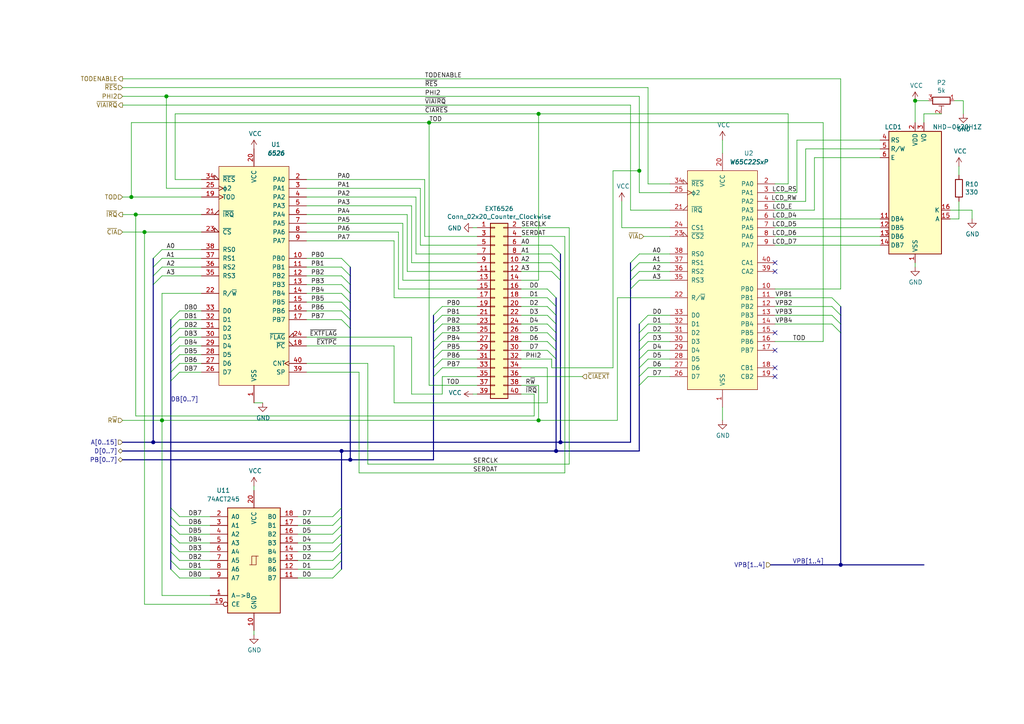
<source format=kicad_sch>
(kicad_sch (version 20201015) (generator eeschema)
  (paper "A4")
  (title_block (title "SBC6526 - Peripherals") (date "2021-10-01") (rev "2.0") (company "Daniel Molina García"))
  (lib_symbols
    (symbol "65xx:6526" (pin_names (offset 1.016))
      (property "Reference" "U" (at -10.16 33.02 0))
      (property "Value" "6526" (at 0 0 90))
      (symbol "6526_0_1"
        (rectangle (start -10.16 31.75) (end 10.16 -31.75) (fill (type background)))
      )
      (symbol "6526_1_1"
        (pin power_in line (at 0 -36.83 90) (length 5.08) (name "VSS") (number "1"))
        (pin bidirectional line (at 15.24 5.08 180) (length 5.08) (name "PB0") (number "10"))
        (pin bidirectional line (at 15.24 2.54 180) (length 5.08) (name "PB1") (number "11"))
        (pin bidirectional line (at 15.24 0 180) (length 5.08) (name "PB2") (number "12"))
        (pin bidirectional line (at 15.24 -2.54 180) (length 5.08) (name "PB3") (number "13"))
        (pin bidirectional line (at 15.24 -5.08 180) (length 5.08) (name "PB4") (number "14"))
        (pin bidirectional line (at 15.24 -7.62 180) (length 5.08) (name "PB5") (number "15"))
        (pin bidirectional line (at 15.24 -10.16 180) (length 5.08) (name "PB6") (number "16"))
        (pin bidirectional line (at 15.24 -12.7 180) (length 5.08) (name "PB7") (number "17"))
        (pin output output_low (at 15.24 -20.32 180) (length 5.08) (name "~PC") (number "18"))
        (pin input clock (at -15.24 22.86 0) (length 5.08) (name "TOD") (number "19"))
        (pin bidirectional line (at 15.24 27.94 180) (length 5.08) (name "PA0") (number "2"))
        (pin power_in line (at 0 36.83 270) (length 5.08) (name "VCC") (number "20"))
        (pin open_collector output_low (at -15.24 17.78 0) (length 5.08) (name "~IRQ") (number "21"))
        (pin input line (at -15.24 -5.08 0) (length 5.08) (name "R/~W") (number "22"))
        (pin input input_low (at -15.24 12.7 0) (length 5.08) (name "~CS") (number "23"))
        (pin input input_low (at 15.24 -17.78 180) (length 5.08) (name "~FLAG") (number "24"))
        (pin input clock (at -15.24 25.4 0) (length 5.08) (name "ϕ2") (number "25"))
        (pin bidirectional line (at -15.24 -27.94 0) (length 5.08) (name "D7") (number "26"))
        (pin bidirectional line (at -15.24 -25.4 0) (length 5.08) (name "D6") (number "27"))
        (pin bidirectional line (at -15.24 -22.86 0) (length 5.08) (name "D5") (number "28"))
        (pin bidirectional line (at -15.24 -20.32 0) (length 5.08) (name "D4") (number "29"))
        (pin bidirectional line (at 15.24 25.4 180) (length 5.08) (name "PA1") (number "3"))
        (pin bidirectional line (at -15.24 -17.78 0) (length 5.08) (name "D3") (number "30"))
        (pin bidirectional line (at -15.24 -15.24 0) (length 5.08) (name "D2") (number "31"))
        (pin bidirectional line (at -15.24 -12.7 0) (length 5.08) (name "D1") (number "32"))
        (pin bidirectional line (at -15.24 -10.16 0) (length 5.08) (name "D0") (number "33"))
        (pin input input_low (at -15.24 27.94 0) (length 5.08) (name "~RES") (number "34"))
        (pin input line (at -15.24 0 0) (length 5.08) (name "RS3") (number "35"))
        (pin input line (at -15.24 2.54 0) (length 5.08) (name "RS2") (number "36"))
        (pin input line (at -15.24 5.08 0) (length 5.08) (name "RS1") (number "37"))
        (pin input line (at -15.24 7.62 0) (length 5.08) (name "RS0") (number "38"))
        (pin bidirectional line (at 15.24 -27.94 180) (length 5.08) (name "SP") (number "39"))
        (pin bidirectional line (at 15.24 22.86 180) (length 5.08) (name "PA2") (number "4"))
        (pin bidirectional clock (at 15.24 -25.4 180) (length 5.08) (name "CNT") (number "40"))
        (pin bidirectional line (at 15.24 20.32 180) (length 5.08) (name "PA3") (number "5"))
        (pin bidirectional line (at 15.24 17.78 180) (length 5.08) (name "PA4") (number "6"))
        (pin bidirectional line (at 15.24 15.24 180) (length 5.08) (name "PA5") (number "7"))
        (pin bidirectional line (at 15.24 12.7 180) (length 5.08) (name "PA6") (number "8"))
        (pin bidirectional line (at 15.24 10.16 180) (length 5.08) (name "PA7") (number "9"))
      )
    )
    (symbol "65xx:W65C22SxP" (pin_names (offset 1.016))
      (property "Reference" "U" (at -10.16 33.02 0))
      (property "Value" "W65C22SxP" (at 0 0 90))
      (symbol "W65C22SxP_0_1"
        (rectangle (start -10.16 31.75) (end 10.16 -31.75) (fill (type background)))
      )
      (symbol "W65C22SxP_1_1"
        (pin power_in line (at 0 -36.83 90) (length 5.08) (name "VSS") (number "1"))
        (pin bidirectional line (at 15.24 -2.54 180) (length 5.08) (name "PB0") (number "10"))
        (pin bidirectional line (at 15.24 -5.08 180) (length 5.08) (name "PB1") (number "11"))
        (pin bidirectional line (at 15.24 -7.62 180) (length 5.08) (name "PB2") (number "12"))
        (pin bidirectional line (at 15.24 -10.16 180) (length 5.08) (name "PB3") (number "13"))
        (pin bidirectional line (at 15.24 -12.7 180) (length 5.08) (name "PB4") (number "14"))
        (pin bidirectional line (at 15.24 -15.24 180) (length 5.08) (name "PB5") (number "15"))
        (pin bidirectional line (at 15.24 -17.78 180) (length 5.08) (name "PB6") (number "16"))
        (pin bidirectional line (at 15.24 -20.32 180) (length 5.08) (name "PB7") (number "17"))
        (pin input line (at 15.24 -25.4 180) (length 5.08) (name "CB1") (number "18"))
        (pin bidirectional line (at 15.24 -27.94 180) (length 5.08) (name "CB2") (number "19"))
        (pin bidirectional line (at 15.24 27.94 180) (length 5.08) (name "PA0") (number "2"))
        (pin power_in line (at 0 36.83 270) (length 5.08) (name "VCC") (number "20"))
        (pin output output_low (at -15.24 20.32 0) (length 5.08) (name "~IRQ") (number "21"))
        (pin input line (at -15.24 -5.08 0) (length 5.08) (name "R/~W") (number "22"))
        (pin input input_low (at -15.24 12.7 0) (length 5.08) (name "~CS2") (number "23"))
        (pin input line (at -15.24 15.24 0) (length 5.08) (name "CS1") (number "24"))
        (pin input clock (at -15.24 25.4 0) (length 5.08) (name "ϕ2") (number "25"))
        (pin bidirectional line (at -15.24 -27.94 0) (length 5.08) (name "D7") (number "26"))
        (pin bidirectional line (at -15.24 -25.4 0) (length 5.08) (name "D6") (number "27"))
        (pin bidirectional line (at -15.24 -22.86 0) (length 5.08) (name "D5") (number "28"))
        (pin bidirectional line (at -15.24 -20.32 0) (length 5.08) (name "D4") (number "29"))
        (pin bidirectional line (at 15.24 25.4 180) (length 5.08) (name "PA1") (number "3"))
        (pin bidirectional line (at -15.24 -17.78 0) (length 5.08) (name "D3") (number "30"))
        (pin bidirectional line (at -15.24 -15.24 0) (length 5.08) (name "D2") (number "31"))
        (pin bidirectional line (at -15.24 -12.7 0) (length 5.08) (name "D1") (number "32"))
        (pin bidirectional line (at -15.24 -10.16 0) (length 5.08) (name "D0") (number "33"))
        (pin input input_low (at -15.24 27.94 0) (length 5.08) (name "~RES") (number "34"))
        (pin input line (at -15.24 0 0) (length 5.08) (name "RS3") (number "35"))
        (pin input line (at -15.24 2.54 0) (length 5.08) (name "RS2") (number "36"))
        (pin input line (at -15.24 5.08 0) (length 5.08) (name "RS1") (number "37"))
        (pin input line (at -15.24 7.62 0) (length 5.08) (name "RS0") (number "38"))
        (pin bidirectional line (at 15.24 2.54 180) (length 5.08) (name "CA2") (number "39"))
        (pin bidirectional line (at 15.24 22.86 180) (length 5.08) (name "PA2") (number "4"))
        (pin input line (at 15.24 5.08 180) (length 5.08) (name "CA1") (number "40"))
        (pin bidirectional line (at 15.24 20.32 180) (length 5.08) (name "PA3") (number "5"))
        (pin bidirectional line (at 15.24 17.78 180) (length 5.08) (name "PA4") (number "6"))
        (pin bidirectional line (at 15.24 15.24 180) (length 5.08) (name "PA5") (number "7"))
        (pin bidirectional line (at 15.24 12.7 180) (length 5.08) (name "PA6") (number "8"))
        (pin bidirectional line (at 15.24 10.16 180) (length 5.08) (name "PA7") (number "9"))
      )
    )
    (symbol "74xx:74LS245" (pin_names (offset 1.016))
      (property "Reference" "U" (at -7.62 16.51 0))
      (property "Value" "74LS245" (at -7.62 -16.51 0))
      (symbol "74LS245_1_0"
        (polyline (pts (xy -0.635 -1.27) (xy -0.635 1.27) (xy 0.635 1.27)))
        (polyline (pts (xy -1.27 -1.27) (xy 0.635 -1.27) (xy 0.635 1.27) (xy 1.27 1.27)))
        (pin input line (at -12.7 -10.16 0) (length 5.08) (name "A->B") (number "1"))
        (pin power_in line (at 0 -20.32 90) (length 5.08) (name "GND") (number "10"))
        (pin tri_state line (at 12.7 -5.08 180) (length 5.08) (name "B7") (number "11"))
        (pin tri_state line (at 12.7 -2.54 180) (length 5.08) (name "B6") (number "12"))
        (pin tri_state line (at 12.7 0 180) (length 5.08) (name "B5") (number "13"))
        (pin tri_state line (at 12.7 2.54 180) (length 5.08) (name "B4") (number "14"))
        (pin tri_state line (at 12.7 5.08 180) (length 5.08) (name "B3") (number "15"))
        (pin tri_state line (at 12.7 7.62 180) (length 5.08) (name "B2") (number "16"))
        (pin tri_state line (at 12.7 10.16 180) (length 5.08) (name "B1") (number "17"))
        (pin tri_state line (at 12.7 12.7 180) (length 5.08) (name "B0") (number "18"))
        (pin input inverted (at -12.7 -12.7 0) (length 5.08) (name "CE") (number "19"))
        (pin tri_state line (at -12.7 12.7 0) (length 5.08) (name "A0") (number "2"))
        (pin power_in line (at 0 20.32 270) (length 5.08) (name "VCC") (number "20"))
        (pin tri_state line (at -12.7 10.16 0) (length 5.08) (name "A1") (number "3"))
        (pin tri_state line (at -12.7 7.62 0) (length 5.08) (name "A2") (number "4"))
        (pin tri_state line (at -12.7 5.08 0) (length 5.08) (name "A3") (number "5"))
        (pin tri_state line (at -12.7 2.54 0) (length 5.08) (name "A4") (number "6"))
        (pin tri_state line (at -12.7 0 0) (length 5.08) (name "A5") (number "7"))
        (pin tri_state line (at -12.7 -2.54 0) (length 5.08) (name "A6") (number "8"))
        (pin tri_state line (at -12.7 -5.08 0) (length 5.08) (name "A7") (number "9"))
      )
      (symbol "74LS245_1_1"
        (rectangle (start -7.62 15.24) (end 7.62 -15.24) (stroke (width 0.254)) (fill (type background)))
      )
    )
    (symbol "Connector_Generic:Conn_02x20_Odd_Even" (pin_names (offset 1.016) hide)
      (property "Reference" "J" (at 1.27 25.4 0))
      (property "Value" "Conn_02x20_Odd_Even" (at 1.27 -27.94 0))
      (symbol "Conn_02x20_Odd_Even_1_1"
        (rectangle (start -1.27 -4.953) (end 0 -5.207) (stroke (width 0.1524)))
        (rectangle (start -1.27 -7.493) (end 0 -7.747) (stroke (width 0.1524)))
        (rectangle (start -1.27 -10.033) (end 0 -10.287) (stroke (width 0.1524)))
        (rectangle (start -1.27 -12.573) (end 0 -12.827) (stroke (width 0.1524)))
        (rectangle (start -1.27 -15.113) (end 0 -15.367) (stroke (width 0.1524)))
        (rectangle (start -1.27 -17.653) (end 0 -17.907) (stroke (width 0.1524)))
        (rectangle (start -1.27 -20.193) (end 0 -20.447) (stroke (width 0.1524)))
        (rectangle (start -1.27 -22.733) (end 0 -22.987) (stroke (width 0.1524)))
        (rectangle (start -1.27 -2.413) (end 0 -2.667) (stroke (width 0.1524)))
        (rectangle (start -1.27 -25.273) (end 0 -25.527) (stroke (width 0.1524)))
        (rectangle (start -1.27 2.667) (end 0 2.413) (stroke (width 0.1524)))
        (rectangle (start -1.27 5.207) (end 0 4.953) (stroke (width 0.1524)))
        (rectangle (start -1.27 7.747) (end 0 7.493) (stroke (width 0.1524)))
        (rectangle (start -1.27 10.287) (end 0 10.033) (stroke (width 0.1524)))
        (rectangle (start -1.27 0.127) (end 0 -0.127) (stroke (width 0.1524)))
        (rectangle (start -1.27 12.827) (end 0 12.573) (stroke (width 0.1524)))
        (rectangle (start -1.27 15.367) (end 0 15.113) (stroke (width 0.1524)))
        (rectangle (start -1.27 17.907) (end 0 17.653) (stroke (width 0.1524)))
        (rectangle (start -1.27 20.447) (end 0 20.193) (stroke (width 0.1524)))
        (rectangle (start -1.27 22.987) (end 0 22.733) (stroke (width 0.1524)))
        (rectangle (start -1.27 24.13) (end 3.81 -26.67) (stroke (width 0.254)) (fill (type background)))
        (rectangle (start 3.81 -4.953) (end 2.54 -5.207) (stroke (width 0.1524)))
        (rectangle (start 3.81 -7.493) (end 2.54 -7.747) (stroke (width 0.1524)))
        (rectangle (start 3.81 -10.033) (end 2.54 -10.287) (stroke (width 0.1524)))
        (rectangle (start 3.81 -12.573) (end 2.54 -12.827) (stroke (width 0.1524)))
        (rectangle (start 3.81 -15.113) (end 2.54 -15.367) (stroke (width 0.1524)))
        (rectangle (start 3.81 -17.653) (end 2.54 -17.907) (stroke (width 0.1524)))
        (rectangle (start 3.81 -20.193) (end 2.54 -20.447) (stroke (width 0.1524)))
        (rectangle (start 3.81 -22.733) (end 2.54 -22.987) (stroke (width 0.1524)))
        (rectangle (start 3.81 -2.413) (end 2.54 -2.667) (stroke (width 0.1524)))
        (rectangle (start 3.81 -25.273) (end 2.54 -25.527) (stroke (width 0.1524)))
        (rectangle (start 3.81 2.667) (end 2.54 2.413) (stroke (width 0.1524)))
        (rectangle (start 3.81 5.207) (end 2.54 4.953) (stroke (width 0.1524)))
        (rectangle (start 3.81 7.747) (end 2.54 7.493) (stroke (width 0.1524)))
        (rectangle (start 3.81 10.287) (end 2.54 10.033) (stroke (width 0.1524)))
        (rectangle (start 3.81 0.127) (end 2.54 -0.127) (stroke (width 0.1524)))
        (rectangle (start 3.81 12.827) (end 2.54 12.573) (stroke (width 0.1524)))
        (rectangle (start 3.81 15.367) (end 2.54 15.113) (stroke (width 0.1524)))
        (rectangle (start 3.81 17.907) (end 2.54 17.653) (stroke (width 0.1524)))
        (rectangle (start 3.81 20.447) (end 2.54 20.193) (stroke (width 0.1524)))
        (rectangle (start 3.81 22.987) (end 2.54 22.733) (stroke (width 0.1524)))
        (pin passive line (at -5.08 22.86 0) (length 3.81) (name "Pin_1") (number "1"))
        (pin passive line (at 7.62 12.7 180) (length 3.81) (name "Pin_10") (number "10"))
        (pin passive line (at -5.08 10.16 0) (length 3.81) (name "Pin_11") (number "11"))
        (pin passive line (at 7.62 10.16 180) (length 3.81) (name "Pin_12") (number "12"))
        (pin passive line (at -5.08 7.62 0) (length 3.81) (name "Pin_13") (number "13"))
        (pin passive line (at 7.62 7.62 180) (length 3.81) (name "Pin_14") (number "14"))
        (pin passive line (at -5.08 5.08 0) (length 3.81) (name "Pin_15") (number "15"))
        (pin passive line (at 7.62 5.08 180) (length 3.81) (name "Pin_16") (number "16"))
        (pin passive line (at -5.08 2.54 0) (length 3.81) (name "Pin_17") (number "17"))
        (pin passive line (at 7.62 2.54 180) (length 3.81) (name "Pin_18") (number "18"))
        (pin passive line (at -5.08 0 0) (length 3.81) (name "Pin_19") (number "19"))
        (pin passive line (at 7.62 22.86 180) (length 3.81) (name "Pin_2") (number "2"))
        (pin passive line (at 7.62 0 180) (length 3.81) (name "Pin_20") (number "20"))
        (pin passive line (at -5.08 -2.54 0) (length 3.81) (name "Pin_21") (number "21"))
        (pin passive line (at 7.62 -2.54 180) (length 3.81) (name "Pin_22") (number "22"))
        (pin passive line (at -5.08 -5.08 0) (length 3.81) (name "Pin_23") (number "23"))
        (pin passive line (at 7.62 -5.08 180) (length 3.81) (name "Pin_24") (number "24"))
        (pin passive line (at -5.08 -7.62 0) (length 3.81) (name "Pin_25") (number "25"))
        (pin passive line (at 7.62 -7.62 180) (length 3.81) (name "Pin_26") (number "26"))
        (pin passive line (at -5.08 -10.16 0) (length 3.81) (name "Pin_27") (number "27"))
        (pin passive line (at 7.62 -10.16 180) (length 3.81) (name "Pin_28") (number "28"))
        (pin passive line (at -5.08 -12.7 0) (length 3.81) (name "Pin_29") (number "29"))
        (pin passive line (at -5.08 20.32 0) (length 3.81) (name "Pin_3") (number "3"))
        (pin passive line (at 7.62 -12.7 180) (length 3.81) (name "Pin_30") (number "30"))
        (pin passive line (at -5.08 -15.24 0) (length 3.81) (name "Pin_31") (number "31"))
        (pin passive line (at 7.62 -15.24 180) (length 3.81) (name "Pin_32") (number "32"))
        (pin passive line (at -5.08 -17.78 0) (length 3.81) (name "Pin_33") (number "33"))
        (pin passive line (at 7.62 -17.78 180) (length 3.81) (name "Pin_34") (number "34"))
        (pin passive line (at -5.08 -20.32 0) (length 3.81) (name "Pin_35") (number "35"))
        (pin passive line (at 7.62 -20.32 180) (length 3.81) (name "Pin_36") (number "36"))
        (pin passive line (at -5.08 -22.86 0) (length 3.81) (name "Pin_37") (number "37"))
        (pin passive line (at 7.62 -22.86 180) (length 3.81) (name "Pin_38") (number "38"))
        (pin passive line (at -5.08 -25.4 0) (length 3.81) (name "Pin_39") (number "39"))
        (pin passive line (at 7.62 20.32 180) (length 3.81) (name "Pin_4") (number "4"))
        (pin passive line (at 7.62 -25.4 180) (length 3.81) (name "Pin_40") (number "40"))
        (pin passive line (at -5.08 17.78 0) (length 3.81) (name "Pin_5") (number "5"))
        (pin passive line (at 7.62 17.78 180) (length 3.81) (name "Pin_6") (number "6"))
        (pin passive line (at -5.08 15.24 0) (length 3.81) (name "Pin_7") (number "7"))
        (pin passive line (at 7.62 15.24 180) (length 3.81) (name "Pin_8") (number "8"))
        (pin passive line (at -5.08 12.7 0) (length 3.81) (name "Pin_9") (number "9"))
      )
    )
    (symbol "Device:R" (pin_numbers hide) (pin_names (offset 0))
      (property "Reference" "R" (at 2.032 0 90))
      (property "Value" "R" (at 0 0 90))
      (symbol "R_0_1"
        (rectangle (start -1.016 -2.54) (end 1.016 2.54) (stroke (width 0.254)))
      )
      (symbol "R_1_1"
        (pin passive line (at 0 3.81 270) (length 1.27) (name "~") (number "1"))
        (pin passive line (at 0 -3.81 90) (length 1.27) (name "~") (number "2"))
      )
    )
    (symbol "Device:R_POT_TRIM" (pin_names (offset 1.016) hide)
      (property "Reference" "RV" (at -4.445 0 90))
      (property "Value" "R_POT_TRIM" (at -2.54 0 90))
      (symbol "R_POT_TRIM_0_1"
        (rectangle (start 1.016 2.54) (end -1.016 -2.54) (stroke (width 0.254)))
        (polyline (pts (xy 1.524 0.762) (xy 1.524 -0.762)))
        (polyline (pts (xy 2.54 0) (xy 1.524 0)))
      )
      (symbol "R_POT_TRIM_1_1"
        (pin passive line (at 0 3.81 270) (length 1.27) (name "1") (number "1"))
        (pin passive line (at 3.81 0 180) (length 1.27) (name "2") (number "2"))
        (pin passive line (at 0 -3.81 90) (length 1.27) (name "3") (number "3"))
      )
    )
    (symbol "Display_Character:NHD-0420H1Z"
      (property "Reference" "U" (at -6.35 19.05 0))
      (property "Value" "NHD-0420H1Z" (at 5.08 19.05 0))
      (symbol "NHD-0420H1Z_0_1"
        (rectangle (start -7.62 17.78) (end 7.62 -17.78) (stroke (width 0.254)) (fill (type background)))
      )
      (symbol "NHD-0420H1Z_1_1"
        (pin power_in line (at 0 -20.32 90) (length 2.54) (name "VSS") (number "1"))
        (pin bidirectional line (at -10.16 -7.62 0) (length 2.54) (name "DB4") (number "11"))
        (pin bidirectional line (at -10.16 -10.16 0) (length 2.54) (name "DB5") (number "12"))
        (pin bidirectional line (at -10.16 -12.7 0) (length 2.54) (name "DB6") (number "13"))
        (pin bidirectional line (at -10.16 -15.24 0) (length 2.54) (name "DB7") (number "14"))
        (pin passive line (at 10.16 -7.62 180) (length 2.54) (name "A") (number "15"))
        (pin passive line (at 10.16 -5.08 180) (length 2.54) (name "K") (number "16"))
        (pin power_in line (at 0 20.32 270) (length 2.54) (name "VDD") (number "2"))
        (pin power_in line (at 2.54 20.32 270) (length 2.54) (name "VO") (number "3"))
        (pin input line (at -10.16 15.24 0) (length 2.54) (name "RS") (number "4"))
        (pin input line (at -10.16 12.7 0) (length 2.54) (name "R/W") (number "5"))
        (pin input line (at -10.16 10.16 0) (length 2.54) (name "E") (number "6"))
      )
    )
    (symbol "power:GND" (power) (pin_names (offset 0))
      (property "Value" "GND" (at 0 -3.81 0))
      (symbol "GND_0_1"
        (polyline (pts (xy 0 0) (xy 0 -1.27) (xy 1.27 -1.27) (xy 0 -2.54) (xy -1.27 -1.27) (xy 0 -1.27)))
      )
      (symbol "GND_1_1"
        (pin power_in line (at 0 0 270) (length 0) hide (name "GND") (number "1"))
      )
    )
    (symbol "power:VCC" (power) (pin_names (offset 0))
      (property "Value" "VCC" (at 0 3.81 0))
      (symbol "VCC_0_1"
        (polyline (pts (xy -0.762 1.27) (xy 0 2.54)))
        (polyline (pts (xy 0 0) (xy 0 2.54)))
        (polyline (pts (xy 0 2.54) (xy 0.762 1.27)))
      )
      (symbol "VCC_1_1"
        (pin power_in line (at 0 0 90) (length 0) hide (name "VCC") (number "1"))
      )
    )
  )
  (junction (at 38.1 57.15) (diameter 1.016))
  (junction (at 39.37 62.23) (diameter 1.016))
  (junction (at 41.91 67.31) (diameter 1.016))
  (junction (at 46.99 121.92) (diameter 1.016))
  (junction (at 48.26 27.94) (diameter 1.016))
  (junction (at 124.46 35.56) (diameter 1.016))
  (junction (at 156.21 33.02) (diameter 1.016))
  (junction (at 156.21 121.92) (diameter 1.016))
  (junction (at 185.42 49.53) (diameter 1.016))
  (junction (at 265.43 29.21) (diameter 1.016))
  (junction (at 44.45 128.27) (diameter 1.016))
  (junction (at 99.06 130.81) (diameter 1.016))
  (junction (at 101.6 133.35) (diameter 1.016))
  (junction (at 161.29 130.81) (diameter 1.016))
  (junction (at 162.56 128.27) (diameter 1.016))
  (junction (at 243.84 163.83) (diameter 1.016))
  (no_connect (at 224.79 106.68))
  (no_connect (at 224.79 76.2))
  (no_connect (at 224.79 109.22))
  (no_connect (at 224.79 96.52))
  (no_connect (at 224.79 78.74))
  (no_connect (at 224.79 101.6))
  (bus_entry (at 46.99 72.39) (size -2.54 2.54) (stroke (width 0.1524)))
  (bus_entry (at 46.99 74.93) (size -2.54 2.54) (stroke (width 0.1524)))
  (bus_entry (at 46.99 77.47) (size -2.54 2.54) (stroke (width 0.1524)))
  (bus_entry (at 46.99 80.01) (size -2.54 2.54) (stroke (width 0.1524)))
  (bus_entry (at 52.07 90.17) (size -2.54 2.54) (stroke (width 0.1524)))
  (bus_entry (at 52.07 92.71) (size -2.54 2.54) (stroke (width 0.1524)))
  (bus_entry (at 52.07 95.25) (size -2.54 2.54) (stroke (width 0.1524)))
  (bus_entry (at 52.07 97.79) (size -2.54 2.54) (stroke (width 0.1524)))
  (bus_entry (at 52.07 100.33) (size -2.54 2.54) (stroke (width 0.1524)))
  (bus_entry (at 52.07 102.87) (size -2.54 2.54) (stroke (width 0.1524)))
  (bus_entry (at 52.07 105.41) (size -2.54 2.54) (stroke (width 0.1524)))
  (bus_entry (at 52.07 107.95) (size -2.54 2.54) (stroke (width 0.1524)))
  (bus_entry (at 52.07 149.86) (size -2.54 -2.54) (stroke (width 0.1524)))
  (bus_entry (at 52.07 152.4) (size -2.54 -2.54) (stroke (width 0.1524)))
  (bus_entry (at 52.07 154.94) (size -2.54 -2.54) (stroke (width 0.1524)))
  (bus_entry (at 52.07 157.48) (size -2.54 -2.54) (stroke (width 0.1524)))
  (bus_entry (at 52.07 160.02) (size -2.54 -2.54) (stroke (width 0.1524)))
  (bus_entry (at 52.07 162.56) (size -2.54 -2.54) (stroke (width 0.1524)))
  (bus_entry (at 52.07 165.1) (size -2.54 -2.54) (stroke (width 0.1524)))
  (bus_entry (at 52.07 167.64) (size -2.54 -2.54) (stroke (width 0.1524)))
  (bus_entry (at 96.52 149.86) (size 2.54 -2.54) (stroke (width 0.1524)))
  (bus_entry (at 96.52 152.4) (size 2.54 -2.54) (stroke (width 0.1524)))
  (bus_entry (at 96.52 154.94) (size 2.54 -2.54) (stroke (width 0.1524)))
  (bus_entry (at 96.52 157.48) (size 2.54 -2.54) (stroke (width 0.1524)))
  (bus_entry (at 96.52 160.02) (size 2.54 -2.54) (stroke (width 0.1524)))
  (bus_entry (at 96.52 162.56) (size 2.54 -2.54) (stroke (width 0.1524)))
  (bus_entry (at 96.52 165.1) (size 2.54 -2.54) (stroke (width 0.1524)))
  (bus_entry (at 96.52 167.64) (size 2.54 -2.54) (stroke (width 0.1524)))
  (bus_entry (at 99.06 74.93) (size 2.54 2.54) (stroke (width 0.1524)))
  (bus_entry (at 99.06 77.47) (size 2.54 2.54) (stroke (width 0.1524)))
  (bus_entry (at 99.06 80.01) (size 2.54 2.54) (stroke (width 0.1524)))
  (bus_entry (at 99.06 82.55) (size 2.54 2.54) (stroke (width 0.1524)))
  (bus_entry (at 99.06 85.09) (size 2.54 2.54) (stroke (width 0.1524)))
  (bus_entry (at 99.06 87.63) (size 2.54 2.54) (stroke (width 0.1524)))
  (bus_entry (at 99.06 90.17) (size 2.54 2.54) (stroke (width 0.1524)))
  (bus_entry (at 99.06 92.71) (size 2.54 2.54) (stroke (width 0.1524)))
  (bus_entry (at 128.27 88.9) (size -2.54 2.54) (stroke (width 0.1524)))
  (bus_entry (at 128.27 91.44) (size -2.54 2.54) (stroke (width 0.1524)))
  (bus_entry (at 128.27 93.98) (size -2.54 2.54) (stroke (width 0.1524)))
  (bus_entry (at 128.27 96.52) (size -2.54 2.54) (stroke (width 0.1524)))
  (bus_entry (at 128.27 99.06) (size -2.54 2.54) (stroke (width 0.1524)))
  (bus_entry (at 128.27 101.6) (size -2.54 2.54) (stroke (width 0.1524)))
  (bus_entry (at 128.27 104.14) (size -2.54 2.54) (stroke (width 0.1524)))
  (bus_entry (at 128.27 106.68) (size -2.54 2.54) (stroke (width 0.1524)))
  (bus_entry (at 158.75 83.82) (size 2.54 2.54) (stroke (width 0.1524)))
  (bus_entry (at 158.75 86.36) (size 2.54 2.54) (stroke (width 0.1524)))
  (bus_entry (at 158.75 88.9) (size 2.54 2.54) (stroke (width 0.1524)))
  (bus_entry (at 158.75 91.44) (size 2.54 2.54) (stroke (width 0.1524)))
  (bus_entry (at 158.75 93.98) (size 2.54 2.54) (stroke (width 0.1524)))
  (bus_entry (at 158.75 96.52) (size 2.54 2.54) (stroke (width 0.1524)))
  (bus_entry (at 158.75 99.06) (size 2.54 2.54) (stroke (width 0.1524)))
  (bus_entry (at 158.75 101.6) (size 2.54 2.54) (stroke (width 0.1524)))
  (bus_entry (at 160.02 71.12) (size 2.54 2.54) (stroke (width 0.1524)))
  (bus_entry (at 160.02 73.66) (size 2.54 2.54) (stroke (width 0.1524)))
  (bus_entry (at 160.02 76.2) (size 2.54 2.54) (stroke (width 0.1524)))
  (bus_entry (at 160.02 78.74) (size 2.54 2.54) (stroke (width 0.1524)))
  (bus_entry (at 185.42 73.66) (size -2.54 2.54) (stroke (width 0.1524)))
  (bus_entry (at 185.42 76.2) (size -2.54 2.54) (stroke (width 0.1524)))
  (bus_entry (at 185.42 78.74) (size -2.54 2.54) (stroke (width 0.1524)))
  (bus_entry (at 185.42 81.28) (size -2.54 2.54) (stroke (width 0.1524)))
  (bus_entry (at 187.96 91.44) (size -2.54 2.54) (stroke (width 0.1524)))
  (bus_entry (at 187.96 93.98) (size -2.54 2.54) (stroke (width 0.1524)))
  (bus_entry (at 187.96 96.52) (size -2.54 2.54) (stroke (width 0.1524)))
  (bus_entry (at 187.96 99.06) (size -2.54 2.54) (stroke (width 0.1524)))
  (bus_entry (at 187.96 101.6) (size -2.54 2.54) (stroke (width 0.1524)))
  (bus_entry (at 187.96 104.14) (size -2.54 2.54) (stroke (width 0.1524)))
  (bus_entry (at 187.96 106.68) (size -2.54 2.54) (stroke (width 0.1524)))
  (bus_entry (at 187.96 109.22) (size -2.54 2.54) (stroke (width 0.1524)))
  (bus_entry (at 241.3 86.36) (size 2.54 2.54) (stroke (width 0.1524)))
  (bus_entry (at 241.3 88.9) (size 2.54 2.54) (stroke (width 0.1524)))
  (bus_entry (at 241.3 91.44) (size 2.54 2.54) (stroke (width 0.1524)))
  (bus_entry (at 241.3 93.98) (size 2.54 2.54) (stroke (width 0.1524)))
  (wire (pts (xy 35.56 25.4) (xy 187.96 25.4)))
  (wire (pts (xy 35.56 27.94) (xy 48.26 27.94)))
  (wire (pts (xy 35.56 67.31) (xy 41.91 67.31)))
  (wire (pts (xy 35.56 121.92) (xy 46.99 121.92)))
  (wire (pts (xy 38.1 35.56) (xy 124.46 35.56)))
  (wire (pts (xy 38.1 57.15) (xy 35.56 57.15)))
  (wire (pts (xy 38.1 57.15) (xy 38.1 35.56)))
  (wire (pts (xy 39.37 62.23) (xy 35.56 62.23)))
  (wire (pts (xy 39.37 62.23) (xy 39.37 120.65)))
  (wire (pts (xy 39.37 120.65) (xy 154.94 120.65)))
  (wire (pts (xy 41.91 67.31) (xy 41.91 175.26)))
  (wire (pts (xy 41.91 67.31) (xy 58.42 67.31)))
  (wire (pts (xy 41.91 175.26) (xy 60.96 175.26)))
  (wire (pts (xy 46.99 85.09) (xy 58.42 85.09)))
  (wire (pts (xy 46.99 121.92) (xy 46.99 85.09)))
  (wire (pts (xy 46.99 121.92) (xy 46.99 172.72)))
  (wire (pts (xy 46.99 121.92) (xy 156.21 121.92)))
  (wire (pts (xy 46.99 172.72) (xy 60.96 172.72)))
  (wire (pts (xy 48.26 27.94) (xy 185.42 27.94)))
  (wire (pts (xy 48.26 54.61) (xy 48.26 27.94)))
  (wire (pts (xy 50.8 33.02) (xy 156.21 33.02)))
  (wire (pts (xy 50.8 52.07) (xy 50.8 33.02)))
  (wire (pts (xy 52.07 162.56) (xy 60.96 162.56)))
  (wire (pts (xy 58.42 52.07) (xy 50.8 52.07)))
  (wire (pts (xy 58.42 54.61) (xy 48.26 54.61)))
  (wire (pts (xy 58.42 57.15) (xy 38.1 57.15)))
  (wire (pts (xy 58.42 62.23) (xy 39.37 62.23)))
  (wire (pts (xy 58.42 72.39) (xy 46.99 72.39)))
  (wire (pts (xy 58.42 74.93) (xy 46.99 74.93)))
  (wire (pts (xy 58.42 77.47) (xy 46.99 77.47)))
  (wire (pts (xy 58.42 80.01) (xy 46.99 80.01)))
  (wire (pts (xy 58.42 90.17) (xy 52.07 90.17)))
  (wire (pts (xy 58.42 92.71) (xy 52.07 92.71)))
  (wire (pts (xy 58.42 95.25) (xy 52.07 95.25)))
  (wire (pts (xy 58.42 97.79) (xy 52.07 97.79)))
  (wire (pts (xy 58.42 100.33) (xy 52.07 100.33)))
  (wire (pts (xy 58.42 102.87) (xy 52.07 102.87)))
  (wire (pts (xy 58.42 105.41) (xy 52.07 105.41)))
  (wire (pts (xy 58.42 107.95) (xy 52.07 107.95)))
  (wire (pts (xy 60.96 149.86) (xy 52.07 149.86)))
  (wire (pts (xy 60.96 152.4) (xy 52.07 152.4)))
  (wire (pts (xy 60.96 154.94) (xy 52.07 154.94)))
  (wire (pts (xy 60.96 157.48) (xy 52.07 157.48)))
  (wire (pts (xy 60.96 160.02) (xy 52.07 160.02)))
  (wire (pts (xy 60.96 165.1) (xy 52.07 165.1)))
  (wire (pts (xy 60.96 167.64) (xy 52.07 167.64)))
  (wire (pts (xy 73.66 116.84) (xy 76.2 116.84)))
  (wire (pts (xy 73.66 140.97) (xy 73.66 142.24)))
  (wire (pts (xy 73.66 182.88) (xy 73.66 184.15)))
  (wire (pts (xy 86.36 149.86) (xy 96.52 149.86)))
  (wire (pts (xy 86.36 152.4) (xy 96.52 152.4)))
  (wire (pts (xy 86.36 154.94) (xy 96.52 154.94)))
  (wire (pts (xy 86.36 157.48) (xy 96.52 157.48)))
  (wire (pts (xy 86.36 160.02) (xy 96.52 160.02)))
  (wire (pts (xy 86.36 162.56) (xy 96.52 162.56)))
  (wire (pts (xy 86.36 165.1) (xy 96.52 165.1)))
  (wire (pts (xy 86.36 167.64) (xy 96.52 167.64)))
  (wire (pts (xy 88.9 52.07) (xy 123.19 52.07)))
  (wire (pts (xy 88.9 54.61) (xy 121.92 54.61)))
  (wire (pts (xy 88.9 57.15) (xy 120.65 57.15)))
  (wire (pts (xy 88.9 59.69) (xy 119.38 59.69)))
  (wire (pts (xy 88.9 64.77) (xy 116.84 64.77)))
  (wire (pts (xy 88.9 69.85) (xy 114.3 69.85)))
  (wire (pts (xy 88.9 74.93) (xy 99.06 74.93)))
  (wire (pts (xy 88.9 77.47) (xy 99.06 77.47)))
  (wire (pts (xy 88.9 80.01) (xy 99.06 80.01)))
  (wire (pts (xy 88.9 82.55) (xy 99.06 82.55)))
  (wire (pts (xy 88.9 85.09) (xy 99.06 85.09)))
  (wire (pts (xy 88.9 87.63) (xy 99.06 87.63)))
  (wire (pts (xy 88.9 90.17) (xy 99.06 90.17)))
  (wire (pts (xy 88.9 92.71) (xy 99.06 92.71)))
  (wire (pts (xy 88.9 100.33) (xy 114.3 100.33)))
  (wire (pts (xy 88.9 105.41) (xy 106.68 105.41)))
  (wire (pts (xy 88.9 107.95) (xy 104.14 107.95)))
  (wire (pts (xy 104.14 107.95) (xy 104.14 137.16)))
  (wire (pts (xy 104.14 137.16) (xy 163.83 137.16)))
  (wire (pts (xy 106.68 105.41) (xy 106.68 134.62)))
  (wire (pts (xy 106.68 134.62) (xy 165.1 134.62)))
  (wire (pts (xy 114.3 69.85) (xy 114.3 86.36)))
  (wire (pts (xy 114.3 86.36) (xy 138.43 86.36)))
  (wire (pts (xy 114.3 100.33) (xy 114.3 116.84)))
  (wire (pts (xy 114.3 116.84) (xy 158.75 116.84)))
  (wire (pts (xy 115.57 67.31) (xy 88.9 67.31)))
  (wire (pts (xy 115.57 83.82) (xy 115.57 67.31)))
  (wire (pts (xy 116.84 81.28) (xy 116.84 64.77)))
  (wire (pts (xy 118.11 62.23) (xy 88.9 62.23)))
  (wire (pts (xy 118.11 78.74) (xy 118.11 62.23)))
  (wire (pts (xy 119.38 76.2) (xy 119.38 59.69)))
  (wire (pts (xy 119.38 97.79) (xy 88.9 97.79)))
  (wire (pts (xy 119.38 97.79) (xy 119.38 114.3)))
  (wire (pts (xy 119.38 114.3) (xy 128.27 114.3)))
  (wire (pts (xy 120.65 73.66) (xy 120.65 57.15)))
  (wire (pts (xy 121.92 71.12) (xy 121.92 54.61)))
  (wire (pts (xy 123.19 68.58) (xy 123.19 52.07)))
  (wire (pts (xy 124.46 35.56) (xy 238.76 35.56)))
  (wire (pts (xy 124.46 111.76) (xy 124.46 35.56)))
  (wire (pts (xy 124.46 111.76) (xy 138.43 111.76)))
  (wire (pts (xy 128.27 88.9) (xy 138.43 88.9)))
  (wire (pts (xy 128.27 91.44) (xy 138.43 91.44)))
  (wire (pts (xy 128.27 93.98) (xy 138.43 93.98)))
  (wire (pts (xy 128.27 96.52) (xy 138.43 96.52)))
  (wire (pts (xy 128.27 99.06) (xy 138.43 99.06)))
  (wire (pts (xy 128.27 101.6) (xy 138.43 101.6)))
  (wire (pts (xy 128.27 104.14) (xy 138.43 104.14)))
  (wire (pts (xy 128.27 106.68) (xy 138.43 106.68)))
  (wire (pts (xy 128.27 109.22) (xy 138.43 109.22)))
  (wire (pts (xy 128.27 114.3) (xy 128.27 109.22)))
  (wire (pts (xy 137.16 114.3) (xy 138.43 114.3)))
  (wire (pts (xy 138.43 66.04) (xy 137.16 66.04)))
  (wire (pts (xy 138.43 68.58) (xy 123.19 68.58)))
  (wire (pts (xy 138.43 71.12) (xy 121.92 71.12)))
  (wire (pts (xy 138.43 73.66) (xy 120.65 73.66)))
  (wire (pts (xy 138.43 76.2) (xy 119.38 76.2)))
  (wire (pts (xy 138.43 78.74) (xy 118.11 78.74)))
  (wire (pts (xy 138.43 81.28) (xy 116.84 81.28)))
  (wire (pts (xy 138.43 83.82) (xy 115.57 83.82)))
  (wire (pts (xy 151.13 66.04) (xy 165.1 66.04)))
  (wire (pts (xy 151.13 71.12) (xy 160.02 71.12)))
  (wire (pts (xy 151.13 73.66) (xy 160.02 73.66)))
  (wire (pts (xy 151.13 76.2) (xy 160.02 76.2)))
  (wire (pts (xy 151.13 78.74) (xy 160.02 78.74)))
  (wire (pts (xy 151.13 81.28) (xy 156.21 81.28)))
  (wire (pts (xy 151.13 83.82) (xy 158.75 83.82)))
  (wire (pts (xy 151.13 88.9) (xy 158.75 88.9)))
  (wire (pts (xy 151.13 93.98) (xy 158.75 93.98)))
  (wire (pts (xy 151.13 99.06) (xy 158.75 99.06)))
  (wire (pts (xy 151.13 104.14) (xy 160.02 104.14)))
  (wire (pts (xy 151.13 109.22) (xy 168.91 109.22)))
  (wire (pts (xy 154.94 114.3) (xy 151.13 114.3)))
  (wire (pts (xy 154.94 120.65) (xy 154.94 114.3)))
  (wire (pts (xy 156.21 33.02) (xy 228.6 33.02)))
  (wire (pts (xy 156.21 81.28) (xy 156.21 33.02)))
  (wire (pts (xy 156.21 111.76) (xy 151.13 111.76)))
  (wire (pts (xy 156.21 121.92) (xy 156.21 111.76)))
  (wire (pts (xy 158.75 86.36) (xy 151.13 86.36)))
  (wire (pts (xy 158.75 91.44) (xy 151.13 91.44)))
  (wire (pts (xy 158.75 96.52) (xy 151.13 96.52)))
  (wire (pts (xy 158.75 101.6) (xy 151.13 101.6)))
  (wire (pts (xy 158.75 106.68) (xy 151.13 106.68)))
  (wire (pts (xy 158.75 116.84) (xy 158.75 106.68)))
  (wire (pts (xy 160.02 104.14) (xy 160.02 106.68)))
  (wire (pts (xy 160.02 106.68) (xy 177.8 106.68)))
  (wire (pts (xy 163.83 68.58) (xy 151.13 68.58)))
  (wire (pts (xy 163.83 137.16) (xy 163.83 68.58)))
  (wire (pts (xy 165.1 66.04) (xy 165.1 134.62)))
  (wire (pts (xy 177.8 49.53) (xy 177.8 106.68)))
  (wire (pts (xy 179.07 86.36) (xy 194.31 86.36)))
  (wire (pts (xy 179.07 121.92) (xy 156.21 121.92)))
  (wire (pts (xy 179.07 121.92) (xy 179.07 86.36)))
  (wire (pts (xy 180.34 66.04) (xy 180.34 58.42)))
  (wire (pts (xy 182.88 30.48) (xy 35.56 30.48)))
  (wire (pts (xy 182.88 60.96) (xy 182.88 30.48)))
  (wire (pts (xy 185.42 27.94) (xy 185.42 49.53)))
  (wire (pts (xy 185.42 49.53) (xy 177.8 49.53)))
  (wire (pts (xy 185.42 49.53) (xy 185.42 55.88)))
  (wire (pts (xy 185.42 55.88) (xy 194.31 55.88)))
  (wire (pts (xy 186.69 68.58) (xy 194.31 68.58)))
  (wire (pts (xy 187.96 25.4) (xy 187.96 53.34)))
  (wire (pts (xy 187.96 53.34) (xy 194.31 53.34)))
  (wire (pts (xy 194.31 60.96) (xy 182.88 60.96)))
  (wire (pts (xy 194.31 66.04) (xy 180.34 66.04)))
  (wire (pts (xy 194.31 73.66) (xy 185.42 73.66)))
  (wire (pts (xy 194.31 76.2) (xy 185.42 76.2)))
  (wire (pts (xy 194.31 78.74) (xy 185.42 78.74)))
  (wire (pts (xy 194.31 81.28) (xy 185.42 81.28)))
  (wire (pts (xy 194.31 91.44) (xy 187.96 91.44)))
  (wire (pts (xy 194.31 93.98) (xy 187.96 93.98)))
  (wire (pts (xy 194.31 96.52) (xy 187.96 96.52)))
  (wire (pts (xy 194.31 99.06) (xy 187.96 99.06)))
  (wire (pts (xy 194.31 101.6) (xy 187.96 101.6)))
  (wire (pts (xy 194.31 104.14) (xy 187.96 104.14)))
  (wire (pts (xy 194.31 106.68) (xy 187.96 106.68)))
  (wire (pts (xy 194.31 109.22) (xy 187.96 109.22)))
  (wire (pts (xy 209.55 40.64) (xy 209.55 44.45)))
  (wire (pts (xy 209.55 121.92) (xy 209.55 118.11)))
  (wire (pts (xy 224.79 55.88) (xy 231.14 55.88)))
  (wire (pts (xy 224.79 60.96) (xy 236.22 60.96)))
  (wire (pts (xy 224.79 66.04) (xy 255.27 66.04)))
  (wire (pts (xy 224.79 71.12) (xy 255.27 71.12)))
  (wire (pts (xy 224.79 83.82) (xy 243.84 83.82)))
  (wire (pts (xy 224.79 86.36) (xy 241.3 86.36)))
  (wire (pts (xy 224.79 88.9) (xy 241.3 88.9)))
  (wire (pts (xy 224.79 91.44) (xy 241.3 91.44)))
  (wire (pts (xy 224.79 93.98) (xy 241.3 93.98)))
  (wire (pts (xy 224.79 99.06) (xy 238.76 99.06)))
  (wire (pts (xy 228.6 33.02) (xy 228.6 53.34)))
  (wire (pts (xy 228.6 53.34) (xy 224.79 53.34)))
  (wire (pts (xy 231.14 40.64) (xy 255.27 40.64)))
  (wire (pts (xy 231.14 55.88) (xy 231.14 40.64)))
  (wire (pts (xy 233.68 43.18) (xy 233.68 58.42)))
  (wire (pts (xy 233.68 58.42) (xy 224.79 58.42)))
  (wire (pts (xy 236.22 45.72) (xy 255.27 45.72)))
  (wire (pts (xy 236.22 60.96) (xy 236.22 45.72)))
  (wire (pts (xy 238.76 35.56) (xy 238.76 99.06)))
  (wire (pts (xy 243.84 22.86) (xy 35.56 22.86)))
  (wire (pts (xy 243.84 83.82) (xy 243.84 22.86)))
  (wire (pts (xy 255.27 43.18) (xy 233.68 43.18)))
  (wire (pts (xy 255.27 63.5) (xy 224.79 63.5)))
  (wire (pts (xy 255.27 68.58) (xy 224.79 68.58)))
  (wire (pts (xy 265.43 29.21) (xy 269.24 29.21)))
  (wire (pts (xy 265.43 35.56) (xy 265.43 29.21)))
  (wire (pts (xy 265.43 76.2) (xy 265.43 77.47)))
  (wire (pts (xy 267.97 33.02) (xy 273.05 33.02)))
  (wire (pts (xy 267.97 35.56) (xy 267.97 33.02)))
  (wire (pts (xy 275.59 60.96) (xy 281.94 60.96)))
  (wire (pts (xy 275.59 63.5) (xy 278.13 63.5)))
  (wire (pts (xy 276.86 29.21) (xy 279.4 29.21)))
  (wire (pts (xy 278.13 48.26) (xy 278.13 50.8)))
  (wire (pts (xy 278.13 58.42) (xy 278.13 63.5)))
  (wire (pts (xy 279.4 29.21) (xy 279.4 33.02)))
  (wire (pts (xy 281.94 60.96) (xy 281.94 63.5)))
  (bus (pts (xy 35.56 128.27) (xy 44.45 128.27)))
  (bus (pts (xy 35.56 130.81) (xy 99.06 130.81)))
  (bus (pts (xy 44.45 74.93) (xy 44.45 77.47)))
  (bus (pts (xy 44.45 77.47) (xy 44.45 80.01)))
  (bus (pts (xy 44.45 80.01) (xy 44.45 82.55)))
  (bus (pts (xy 44.45 82.55) (xy 44.45 128.27)))
  (bus (pts (xy 44.45 128.27) (xy 162.56 128.27)))
  (bus (pts (xy 49.53 92.71) (xy 49.53 95.25)))
  (bus (pts (xy 49.53 95.25) (xy 49.53 97.79)))
  (bus (pts (xy 49.53 97.79) (xy 49.53 100.33)))
  (bus (pts (xy 49.53 100.33) (xy 49.53 102.87)))
  (bus (pts (xy 49.53 102.87) (xy 49.53 105.41)))
  (bus (pts (xy 49.53 105.41) (xy 49.53 107.95)))
  (bus (pts (xy 49.53 107.95) (xy 49.53 110.49)))
  (bus (pts (xy 49.53 110.49) (xy 49.53 147.32)))
  (bus (pts (xy 49.53 147.32) (xy 49.53 149.86)))
  (bus (pts (xy 49.53 149.86) (xy 49.53 152.4)))
  (bus (pts (xy 49.53 152.4) (xy 49.53 154.94)))
  (bus (pts (xy 49.53 154.94) (xy 49.53 157.48)))
  (bus (pts (xy 49.53 157.48) (xy 49.53 160.02)))
  (bus (pts (xy 49.53 160.02) (xy 49.53 162.56)))
  (bus (pts (xy 49.53 162.56) (xy 49.53 165.1)))
  (bus (pts (xy 99.06 130.81) (xy 99.06 147.32)))
  (bus (pts (xy 99.06 130.81) (xy 161.29 130.81)))
  (bus (pts (xy 99.06 147.32) (xy 99.06 149.86)))
  (bus (pts (xy 99.06 149.86) (xy 99.06 152.4)))
  (bus (pts (xy 99.06 152.4) (xy 99.06 154.94)))
  (bus (pts (xy 99.06 154.94) (xy 99.06 157.48)))
  (bus (pts (xy 99.06 157.48) (xy 99.06 160.02)))
  (bus (pts (xy 99.06 160.02) (xy 99.06 162.56)))
  (bus (pts (xy 99.06 162.56) (xy 99.06 165.1)))
  (bus (pts (xy 101.6 77.47) (xy 101.6 80.01)))
  (bus (pts (xy 101.6 80.01) (xy 101.6 82.55)))
  (bus (pts (xy 101.6 82.55) (xy 101.6 85.09)))
  (bus (pts (xy 101.6 85.09) (xy 101.6 87.63)))
  (bus (pts (xy 101.6 87.63) (xy 101.6 90.17)))
  (bus (pts (xy 101.6 90.17) (xy 101.6 92.71)))
  (bus (pts (xy 101.6 92.71) (xy 101.6 95.25)))
  (bus (pts (xy 101.6 95.25) (xy 101.6 133.35)))
  (bus (pts (xy 101.6 133.35) (xy 35.56 133.35)))
  (bus (pts (xy 125.73 91.44) (xy 125.73 93.98)))
  (bus (pts (xy 125.73 93.98) (xy 125.73 96.52)))
  (bus (pts (xy 125.73 96.52) (xy 125.73 99.06)))
  (bus (pts (xy 125.73 99.06) (xy 125.73 101.6)))
  (bus (pts (xy 125.73 101.6) (xy 125.73 104.14)))
  (bus (pts (xy 125.73 104.14) (xy 125.73 106.68)))
  (bus (pts (xy 125.73 106.68) (xy 125.73 109.22)))
  (bus (pts (xy 125.73 109.22) (xy 125.73 133.35)))
  (bus (pts (xy 125.73 133.35) (xy 101.6 133.35)))
  (bus (pts (xy 161.29 86.36) (xy 161.29 88.9)))
  (bus (pts (xy 161.29 88.9) (xy 161.29 91.44)))
  (bus (pts (xy 161.29 91.44) (xy 161.29 93.98)))
  (bus (pts (xy 161.29 93.98) (xy 161.29 96.52)))
  (bus (pts (xy 161.29 96.52) (xy 161.29 99.06)))
  (bus (pts (xy 161.29 99.06) (xy 161.29 101.6)))
  (bus (pts (xy 161.29 101.6) (xy 161.29 104.14)))
  (bus (pts (xy 161.29 104.14) (xy 161.29 130.81)))
  (bus (pts (xy 161.29 130.81) (xy 185.42 130.81)))
  (bus (pts (xy 162.56 73.66) (xy 162.56 76.2)))
  (bus (pts (xy 162.56 76.2) (xy 162.56 78.74)))
  (bus (pts (xy 162.56 78.74) (xy 162.56 81.28)))
  (bus (pts (xy 162.56 81.28) (xy 162.56 128.27)))
  (bus (pts (xy 162.56 128.27) (xy 182.88 128.27)))
  (bus (pts (xy 182.88 76.2) (xy 182.88 78.74)))
  (bus (pts (xy 182.88 78.74) (xy 182.88 81.28)))
  (bus (pts (xy 182.88 81.28) (xy 182.88 83.82)))
  (bus (pts (xy 182.88 83.82) (xy 182.88 128.27)))
  (bus (pts (xy 185.42 93.98) (xy 185.42 96.52)))
  (bus (pts (xy 185.42 96.52) (xy 185.42 99.06)))
  (bus (pts (xy 185.42 99.06) (xy 185.42 101.6)))
  (bus (pts (xy 185.42 101.6) (xy 185.42 104.14)))
  (bus (pts (xy 185.42 104.14) (xy 185.42 106.68)))
  (bus (pts (xy 185.42 106.68) (xy 185.42 109.22)))
  (bus (pts (xy 185.42 109.22) (xy 185.42 111.76)))
  (bus (pts (xy 185.42 111.76) (xy 185.42 130.81)))
  (bus (pts (xy 243.84 88.9) (xy 243.84 91.44)))
  (bus (pts (xy 243.84 91.44) (xy 243.84 93.98)))
  (bus (pts (xy 243.84 93.98) (xy 243.84 96.52)))
  (bus (pts (xy 243.84 96.52) (xy 243.84 163.83)))
  (bus (pts (xy 243.84 163.83) (xy 223.52 163.83)))
  (bus (pts (xy 267.97 163.83) (xy 243.84 163.83)))
  (label "A0" (at 48.26 72.39 0))
  (label "A1" (at 48.26 74.93 0))
  (label "A2" (at 48.26 77.47 0))
  (label "A3" (at 48.26 80.01 0))
  (label "DB[0..7]" (at 49.53 116.84 0))
  (label "DB0" (at 53.34 90.17 0))
  (label "DB1" (at 53.34 92.71 0))
  (label "DB2" (at 53.34 95.25 0))
  (label "DB3" (at 53.34 97.79 0))
  (label "DB4" (at 53.34 100.33 0))
  (label "DB5" (at 53.34 102.87 0))
  (label "DB6" (at 53.34 105.41 0))
  (label "DB7" (at 53.34 107.95 0))
  (label "DB7" (at 54.61 149.86 0))
  (label "DB6" (at 54.61 152.4 0))
  (label "DB5" (at 54.61 154.94 0))
  (label "DB4" (at 54.61 157.48 0))
  (label "DB3" (at 54.61 160.02 0))
  (label "DB2" (at 54.61 162.56 0))
  (label "DB1" (at 54.61 165.1 0))
  (label "DB0" (at 54.61 167.64 0))
  (label "D7" (at 87.63 149.86 0))
  (label "D6" (at 87.63 152.4 0))
  (label "D5" (at 87.63 154.94 0))
  (label "D4" (at 87.63 157.48 0))
  (label "D3" (at 87.63 160.02 0))
  (label "D2" (at 87.63 162.56 0))
  (label "D1" (at 87.63 165.1 0))
  (label "D0" (at 87.63 167.64 0))
  (label "PB0" (at 90.17 74.93 0))
  (label "PB1" (at 90.17 77.47 0))
  (label "PB2" (at 90.17 80.01 0))
  (label "PB3" (at 90.17 82.55 0))
  (label "PB4" (at 90.17 85.09 0))
  (label "PB5" (at 90.17 87.63 0))
  (label "PB6" (at 90.17 90.17 0))
  (label "PB7" (at 90.17 92.71 0))
  (label "PA0" (at 97.79 52.07 0))
  (label "PA1" (at 97.79 54.61 0))
  (label "PA2" (at 97.79 57.15 0))
  (label "PA3" (at 97.79 59.69 0))
  (label "PA4" (at 97.79 62.23 0))
  (label "PA5" (at 97.79 64.77 0))
  (label "PA6" (at 97.79 67.31 0))
  (label "PA7" (at 97.79 69.85 0))
  (label "~EXTFLAG" (at 97.79 97.79 180))
  (label "~EXTPC" (at 97.79 100.33 180))
  (label "TODENABLE" (at 123.19 22.86 0))
  (label "~RES" (at 123.19 25.4 0))
  (label "PHI2" (at 123.19 27.94 0))
  (label "~VIAIRQ" (at 123.19 30.48 0))
  (label "~CIARES" (at 123.19 33.02 0))
  (label "TOD" (at 124.46 35.56 0))
  (label "PB0" (at 129.54 88.9 0))
  (label "PB1" (at 129.54 91.44 0))
  (label "PB2" (at 129.54 93.98 0))
  (label "PB3" (at 129.54 96.52 0))
  (label "PB4" (at 129.54 99.06 0))
  (label "PB5" (at 129.54 101.6 0))
  (label "PB6" (at 129.54 104.14 0))
  (label "PB7" (at 129.54 106.68 0))
  (label "TOD" (at 129.54 111.76 0))
  (label "SERCLK" (at 137.16 134.62 0))
  (label "SERDAT" (at 137.16 137.16 0))
  (label "SERCLK" (at 151.13 66.04 0))
  (label "SERDAT" (at 151.13 68.58 0))
  (label "A0" (at 151.13 71.12 0))
  (label "A1" (at 151.13 73.66 0))
  (label "A2" (at 151.13 76.2 0))
  (label "A3" (at 151.13 78.74 0))
  (label "PHI2" (at 152.4 104.14 0))
  (label "R~W" (at 152.4 111.76 0))
  (label "~IRQ" (at 152.4 114.3 0))
  (label "D0" (at 156.21 83.82 180))
  (label "D1" (at 156.21 86.36 180))
  (label "D2" (at 156.21 88.9 180))
  (label "D3" (at 156.21 91.44 180))
  (label "D4" (at 156.21 93.98 180))
  (label "D5" (at 156.21 96.52 180))
  (label "D6" (at 156.21 99.06 180))
  (label "D7" (at 156.21 101.6 180))
  (label "A0" (at 189.23 73.66 0))
  (label "A1" (at 189.23 76.2 0))
  (label "A2" (at 189.23 78.74 0))
  (label "A3" (at 189.23 81.28 0))
  (label "D0" (at 189.23 91.44 0))
  (label "D1" (at 189.23 93.98 0))
  (label "D2" (at 189.23 96.52 0))
  (label "D3" (at 189.23 99.06 0))
  (label "D4" (at 189.23 101.6 0))
  (label "D5" (at 189.23 104.14 0))
  (label "D6" (at 189.23 106.68 0))
  (label "D7" (at 189.23 109.22 0))
  (label "LCD_E" (at 229.87 60.96 180))
  (label "VPB1" (at 229.87 86.36 180))
  (label "VPB2" (at 229.87 88.9 180))
  (label "VPB3" (at 229.87 91.44 180))
  (label "VPB4" (at 229.87 93.98 180))
  (label "VPB[1..4]" (at 229.87 163.83 0))
  (label "LCD_RS" (at 231.14 55.88 180))
  (label "LCD_RW" (at 231.14 58.42 180))
  (label "LCD_D4" (at 231.14 63.5 180))
  (label "LCD_D5" (at 231.14 66.04 180))
  (label "LCD_D6" (at 231.14 68.58 180))
  (label "LCD_D7" (at 231.14 71.12 180))
  (label "TOD" (at 233.68 99.06 180))
  (hierarchical_label "TODENABLE" (shape output) (at 35.56 22.86 180))
  (hierarchical_label "~RES" (shape input) (at 35.56 25.4 180))
  (hierarchical_label "PHI2" (shape input) (at 35.56 27.94 180))
  (hierarchical_label "~VIAIRQ" (shape output) (at 35.56 30.48 180))
  (hierarchical_label "TOD" (shape input) (at 35.56 57.15 180))
  (hierarchical_label "~IRQ" (shape output) (at 35.56 62.23 180))
  (hierarchical_label "~CIA" (shape input) (at 35.56 67.31 180))
  (hierarchical_label "R~W" (shape input) (at 35.56 121.92 180))
  (hierarchical_label "A[0..15]" (shape input) (at 35.56 128.27 180))
  (hierarchical_label "D[0..7]" (shape bidirectional) (at 35.56 130.81 180))
  (hierarchical_label "PB[0..7]" (shape bidirectional) (at 35.56 133.35 180))
  (hierarchical_label "~CIAEXT" (shape input) (at 168.91 109.22 0))
  (hierarchical_label "~VIA" (shape input) (at 186.69 68.58 180))
  (hierarchical_label "VPB[1..4]" (shape input) (at 223.52 163.83 180))
  (symbol (lib_id "power:VCC") (at 73.66 43.18 0) (unit 1)
    (property "Reference" "#PWR0127" (effects hide))
    (property "Value" "VCC" (at 74.041 38.7858 0))
  )
  (symbol (lib_id "power:VCC") (at 73.66 140.97 0) (unit 1)
    (property "Reference" "#PWR0128" (effects hide))
    (property "Value" "VCC" (at 74.041 136.5758 0))
  )
  (symbol (lib_id "power:VCC") (at 137.16 114.3 90) (unit 1)
    (property "Reference" "#PWR0155" (effects hide))
    (property "Value" "VCC" (at 133.9342 113.919 90) (effects (justify left)))
  )
  (symbol (lib_id "power:VCC") (at 180.34 58.42 0) (unit 1)
    (property "Reference" "#PWR0125" (effects hide))
    (property "Value" "VCC" (at 180.721 54.0258 0))
  )
  (symbol (lib_id "power:VCC") (at 209.55 40.64 0) (unit 1)
    (property "Reference" "#PWR0158" (effects hide))
    (property "Value" "VCC" (at 209.931 36.2458 0))
  )
  (symbol (lib_id "power:VCC") (at 265.43 29.21 0) (unit 1)
    (property "Reference" "#PWR0120" (effects hide))
    (property "Value" "VCC" (at 265.811 24.8158 0))
  )
  (symbol (lib_id "power:VCC") (at 278.13 48.26 0) (unit 1)
    (property "Reference" "#PWR0118" (effects hide))
    (property "Value" "VCC" (at 278.511 43.8658 0))
  )
  (symbol (lib_id "power:GND") (at 73.66 184.15 0) (unit 1)
    (property "Reference" "#PWR0129" (effects hide))
    (property "Value" "GND" (at 73.787 188.5442 0))
  )
  (symbol (lib_id "power:GND") (at 76.2 116.84 0) (unit 1)
    (property "Reference" "#PWR0126" (effects hide))
    (property "Value" "GND" (at 76.327 121.2342 0))
  )
  (symbol (lib_id "power:GND") (at 137.16 66.04 270) (unit 1)
    (property "Reference" "#PWR0156" (effects hide))
    (property "Value" "GND" (at 133.9088 66.167 90) (effects (justify right)))
  )
  (symbol (lib_id "power:GND") (at 209.55 121.92 0) (unit 1)
    (property "Reference" "#PWR0157" (effects hide))
    (property "Value" "GND" (at 209.677 126.3142 0))
  )
  (symbol (lib_id "power:GND") (at 265.43 77.47 0) (unit 1)
    (property "Reference" "#PWR0119" (effects hide))
    (property "Value" "GND" (at 265.557 81.8642 0))
  )
  (symbol (lib_id "power:GND") (at 279.4 33.02 0) (unit 1)
    (property "Reference" "#PWR0121" (effects hide))
    (property "Value" "GND" (at 279.527 37.4142 0))
  )
  (symbol (lib_id "power:GND") (at 281.94 63.5 0) (unit 1)
    (property "Reference" "#PWR0117" (effects hide))
    (property "Value" "GND" (at 282.067 67.8942 0))
  )
  (symbol (lib_id "Device:R") (at 278.13 54.61 0) (unit 1)
    (property "Reference" "R10" (at 279.908 53.4416 0) (effects (justify left)))
    (property "Value" "330" (at 279.908 55.753 0) (effects (justify left)))
    (property "Footprint" "Resistor_SMD:R_0805_2012Metric_Pad1.20x1.40mm_HandSolder" (effects hide))
  )
  (symbol (lib_id "Device:R_POT_TRIM") (at 273.05 29.21 270) (unit 1)
    (property "Reference" "P2" (at 273.05 23.9522 90))
    (property "Value" "5k" (at 273.05 26.2636 90))
    (property "Footprint" "Potentiometer_THT:Potentiometer_Bourns_3296W_Vertical" (effects hide))
  )
  (symbol (lib_id "Connector_Generic:Conn_02x20_Odd_Even") (at 143.51 88.9 0) (unit 1)
    (property "Reference" "EXT6526" (at 144.78 60.5282 0))
    (property "Value" "Conn_02x20_Counter_Clockwise" (at 144.78 62.8396 0))
    (property "Footprint" "Connector_PinHeader_2.54mm:PinHeader_2x20_P2.54mm_Vertical" (effects hide))
  )
  (symbol (lib_id "Display_Character:NHD-0420H1Z") (at 265.43 55.88 0) (unit 1)
    (property "Reference" "LCD1" (at 259.08 36.83 0))
    (property "Value" "NHD-0420H1Z" (at 270.51 36.83 0) (effects (justify left)))
    (property "Footprint" "sbc6526:HD44780_4x20" (effects hide))
    (property "Datasheet" "http://www.newhavendisplay.com/specs/NHD-0420H1Z-FSW-GBW-33V3.pdf" (effects hide))
  )
  (symbol (lib_id "74xx:74LS245") (at 73.66 162.56 0) (unit 1)
    (property "Reference" "U11" (at 64.77 142.24 0))
    (property "Value" "74ACT245" (at 64.77 144.78 0))
    (property "Footprint" "Package_DIP:DIP-20_W7.62mm" (effects hide))
    (property "Datasheet" "http://www.ti.com/lit/gpn/sn74LS245" (effects hide))
  )
  (symbol (lib_id "65xx:6526") (at 73.66 80.01 0) (unit 1)
    (property "Reference" "U1" (at 80.01 41.91 0))
    (property "Value" "6526" (at 80.01 44.45 0) (effects (font bold italic)))
    (property "Footprint" "Package_DIP:DIP-40_W15.24mm" (effects hide))
  )
  (symbol (lib_id "65xx:W65C22SxP") (at 209.55 81.28 0) (unit 1)
    (property "Reference" "U2" (at 217.17 44.45 0))
    (property "Value" "W65C22SxP" (at 217.17 46.99 0) (effects (font bold italic)))
    (property "Footprint" "Package_DIP:DIP-40_W15.24mm" (effects hide))
  )
)
</source>
